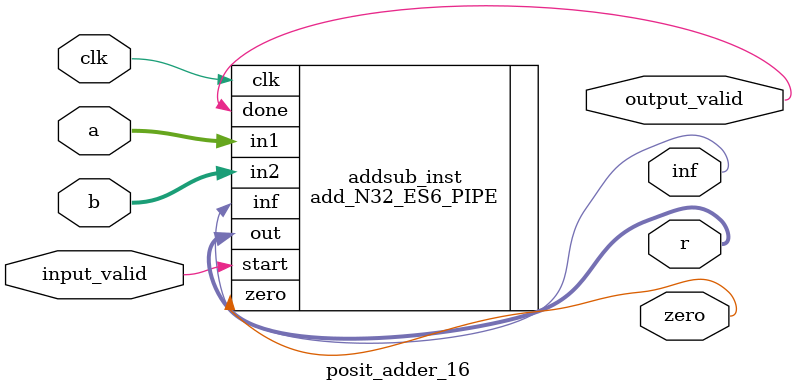
<source format=sv>
module posit_adder_16(
        clk,
        a,
        b,
        input_valid,
        r,
        output_valid,
        inf,
        zero
    );
    parameter N=16; // Num bits (posit)
    parameter es=1; // Exponent size

    input  wire clk;
    input  wire [N-1:0] a; 
    input  wire [N-1:0] b; 
    input  wire input_valid;
    output wire [N-1:0] r;
    output wire output_valid;
    output wire inf; 
    output wire zero;

    add_N32_ES6_PIPE #(.N(N),.es(es)) addsub_inst(
        .clk(clk), 
        .in1(a), 
        .in2(b), 
        .start(input_valid), 
        .out(r), 
        .inf(inf), 
        .zero(zero), 
        .done(output_valid)
    ); 
endmodule 
</source>
